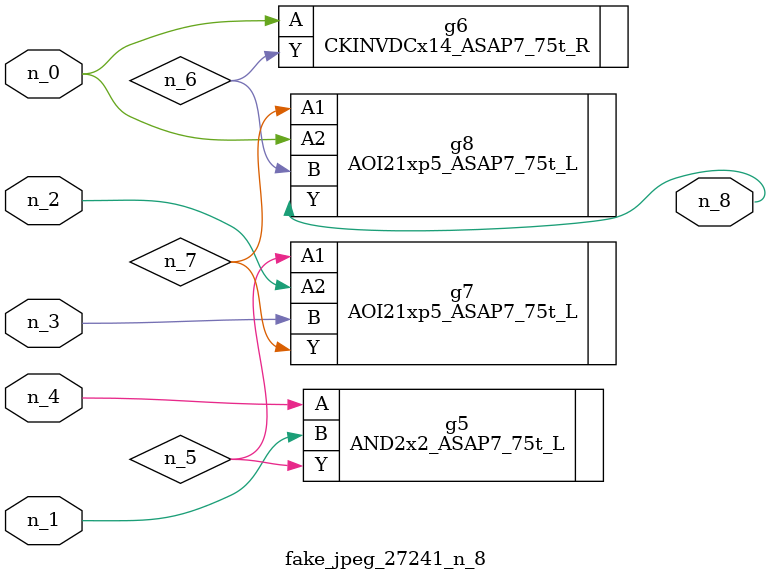
<source format=v>
module fake_jpeg_27241_n_8 (n_3, n_2, n_1, n_0, n_4, n_8);

input n_3;
input n_2;
input n_1;
input n_0;
input n_4;

output n_8;

wire n_6;
wire n_5;
wire n_7;

AND2x2_ASAP7_75t_L g5 ( 
.A(n_4),
.B(n_1),
.Y(n_5)
);

CKINVDCx14_ASAP7_75t_R g6 ( 
.A(n_0),
.Y(n_6)
);

AOI21xp5_ASAP7_75t_L g7 ( 
.A1(n_5),
.A2(n_2),
.B(n_3),
.Y(n_7)
);

AOI21xp5_ASAP7_75t_L g8 ( 
.A1(n_7),
.A2(n_0),
.B(n_6),
.Y(n_8)
);


endmodule
</source>
